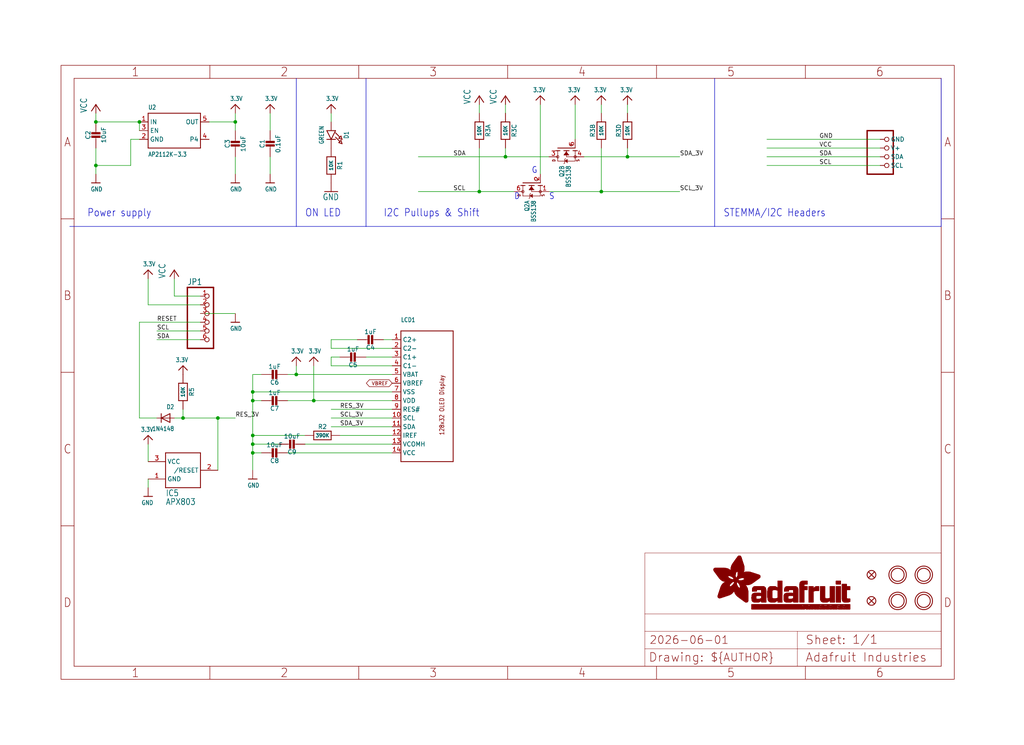
<source format=kicad_sch>
(kicad_sch (version 20230121) (generator eeschema)
  (paper "User" 298.45 217.322)
  (lib_symbols
    (symbol "working-eagle-import:3.3V" (power)
      (property "Value" "3.3V" (at -1.524 1.016 0))
      (symbol "3.3V_1_0"
        (pin power_in line (at 0 -2.54 90) (length 2.54) (name "3.3V") (number "1"))
      )
    )
    (symbol "working-eagle-import:AXP083-SAG"
      (property "Reference" "IC" (at -5.08 -7.62 0))
      (symbol "AXP083-SAG_1_0"
        (pin power_in line (at -10.16 -2.54 0) (length 5.08) (name "GND") (number "1"))
        (pin output line (at 10.16 0 180) (length 5.08) (name "/RESET") (number "2"))
        (pin power_in line (at -10.16 2.54 0) (length 5.08) (name "VCC") (number "3"))
      )
    )
    (symbol "working-eagle-import:CAP_CERAMIC0603_NO"
      (property "Reference" "C" (at -2.29 1.25 90))
      (symbol "CAP_CERAMIC0603_NO_1_0"
        (pin passive line (at 0 5.08 270) (length 2.54) (name "1") (number "1"))
        (pin passive line (at 0 -2.54 90) (length 2.54) (name "2") (number "2"))
      )
    )
    (symbol "working-eagle-import:CAP_CERAMIC0805-NOOUTLINE"
      (property "Reference" "C" (at -2.29 1.25 90))
      (symbol "CAP_CERAMIC0805-NOOUTLINE_1_0"
        (pin passive line (at 0 5.08 270) (length 2.54) (name "1") (number "1"))
        (pin passive line (at 0 -2.54 90) (length 2.54) (name "2") (number "2"))
      )
    )
    (symbol "working-eagle-import:DIODESOD-323F"
      (property "Reference" "D" (at -2.54 2.54 0))
      (symbol "DIODESOD-323F_1_0"
        (pin passive line (at -2.54 0 0) (length 2.54) (name "A") (number "A"))
        (pin passive line (at 2.54 0 180) (length 2.54) (name "C") (number "C"))
      )
    )
    (symbol "working-eagle-import:DISP_OLED_UG-2832HSWEG02"
      (property "Reference" "LCD" (at -7.62 22.86 0))
      (symbol "DISP_OLED_UG-2832HSWEG02_1_0"
        (text "128x32 OLED Display" (at 5.08 -10.16 900) (effects (font (size 1.27 1.0795)) (justify left bottom)))
        (pin bidirectional line (at -10.16 17.78 0) (length 2.54) (name "C2+") (number "1"))
        (pin bidirectional line (at -10.16 -5.08 0) (length 2.54) (name "SCL") (number "10"))
        (pin bidirectional line (at -10.16 -7.62 0) (length 2.54) (name "SDA") (number "11"))
        (pin bidirectional line (at -10.16 -10.16 0) (length 2.54) (name "IREF") (number "12"))
        (pin power_in line (at -10.16 -12.7 0) (length 2.54) (name "VCOMH") (number "13"))
        (pin power_in line (at -10.16 -15.24 0) (length 2.54) (name "VCC") (number "14"))
        (pin bidirectional line (at -10.16 15.24 0) (length 2.54) (name "C2-") (number "2"))
        (pin bidirectional line (at -10.16 12.7 0) (length 2.54) (name "C1+") (number "3"))
        (pin bidirectional line (at -10.16 10.16 0) (length 2.54) (name "C1-") (number "4"))
        (pin power_in line (at -10.16 7.62 0) (length 2.54) (name "VBAT") (number "5"))
        (pin power_in line (at -10.16 5.08 0) (length 2.54) (name "VBREF") (number "6"))
        (pin power_in line (at -10.16 2.54 0) (length 2.54) (name "VSS") (number "7"))
        (pin power_in line (at -10.16 0 0) (length 2.54) (name "VDD") (number "8"))
        (pin bidirectional line (at -10.16 -2.54 0) (length 2.54) (name "RES#") (number "9"))
      )
    )
    (symbol "working-eagle-import:FIDUCIAL_1MM")
    (symbol "working-eagle-import:FRAME_A4_ADAFRUIT"
      (symbol "FRAME_A4_ADAFRUIT_1_0"
        (text "${#}/${##}" (at 230.505 10.16 0) (effects (font (size 2.54 2.54)) (justify left bottom)))
        (text "${AUTHOR}" (at 189.23 5.08 0) (effects (font (size 2.286 2.286)) (justify left bottom)))
        (text "${CURRENT_DATE}" (at 171.45 10.16 0) (effects (font (size 2.286 2.286)) (justify left bottom)))
        (text "${PROJECTNAME}" (at 171.45 15.24 0) (effects (font (size 2.54 2.54)) (justify left bottom)))
        (text "1" (at 21.6958 1.905 0) (effects (font (size 2.54 2.286))))
        (text "1" (at 21.6958 177.165 0) (effects (font (size 2.54 2.286))))
        (text "2" (at 65.0875 1.905 0) (effects (font (size 2.54 2.286))))
        (text "2" (at 65.0875 177.165 0) (effects (font (size 2.54 2.286))))
        (text "3" (at 108.4792 1.905 0) (effects (font (size 2.54 2.286))))
        (text "3" (at 108.4792 177.165 0) (effects (font (size 2.54 2.286))))
        (text "4" (at 151.8708 1.905 0) (effects (font (size 2.54 2.286))))
        (text "4" (at 151.8708 177.165 0) (effects (font (size 2.54 2.286))))
        (text "5" (at 195.2625 1.905 0) (effects (font (size 2.54 2.286))))
        (text "5" (at 195.2625 177.165 0) (effects (font (size 2.54 2.286))))
        (text "6" (at 238.6542 1.905 0) (effects (font (size 2.54 2.286))))
        (text "6" (at 238.6542 177.165 0) (effects (font (size 2.54 2.286))))
        (text "A" (at 1.905 156.6863 0) (effects (font (size 2.54 2.286))))
        (text "A" (at 258.445 156.6863 0) (effects (font (size 2.54 2.286))))
        (text "Adafruit Industries" (at 216.916 4.953 0) (effects (font (size 2.54 2.54)) (justify left bottom)))
        (text "B" (at 1.905 111.9188 0) (effects (font (size 2.54 2.286))))
        (text "B" (at 258.445 111.9188 0) (effects (font (size 2.54 2.286))))
        (text "C" (at 1.905 67.1513 0) (effects (font (size 2.54 2.286))))
        (text "C" (at 258.445 67.1513 0) (effects (font (size 2.54 2.286))))
        (text "D" (at 1.905 22.3838 0) (effects (font (size 2.54 2.286))))
        (text "D" (at 258.445 22.3838 0) (effects (font (size 2.54 2.286))))
        (text "Drawing:" (at 171.196 4.953 0) (effects (font (size 2.54 2.54)) (justify left bottom)))
        (text "Sheet:" (at 216.916 10.033 0) (effects (font (size 2.54 2.54)) (justify left bottom)))
      )
    )
    (symbol "working-eagle-import:GND" (power)
      (property "Value" "GND" (at -1.524 -2.54 0))
      (symbol "GND_1_0"
        (pin power_in line (at 0 2.54 270) (length 2.54) (name "GND") (number "1"))
      )
    )
    (symbol "working-eagle-import:HEADER-1X670MIL"
      (property "Reference" "JP" (at -6.35 10.795 0))
      (symbol "HEADER-1X670MIL_1_0"
        (pin passive inverted (at -2.54 7.62 0) (length 2.54) (name "1") (number "1"))
        (pin passive inverted (at -2.54 5.08 0) (length 2.54) (name "2") (number "2"))
        (pin passive inverted (at -2.54 2.54 0) (length 2.54) (name "3") (number "3"))
        (pin passive inverted (at -2.54 0 0) (length 2.54) (name "4") (number "4"))
        (pin passive inverted (at -2.54 -2.54 0) (length 2.54) (name "5") (number "5"))
        (pin passive inverted (at -2.54 -5.08 0) (length 2.54) (name "6") (number "6"))
      )
    )
    (symbol "working-eagle-import:LED0603_NOOUTLINE"
      (property "Reference" "D" (at -1.27 4.445 0))
      (symbol "LED0603_NOOUTLINE_1_0"
        (pin passive line (at -5.08 0 0) (length 2.54) (name "A") (number "A"))
        (pin passive line (at 2.54 0 180) (length 2.54) (name "C") (number "C"))
      )
    )
    (symbol "working-eagle-import:MOSFET-N_DUAL"
      (property "Reference" "Q" (at 5.08 0.635 0))
      (symbol "MOSFET-N_DUAL_1_0"
        (text "D" (at 3.175 3.175 0) (effects (font (size 0.8128 0.6908)) (justify left bottom)))
        (text "G" (at -1.27 -1.905 0) (effects (font (size 0.8128 0.6908)) (justify left bottom)))
        (text "S" (at 3.175 -3.81 0) (effects (font (size 0.8128 0.6908)) (justify left bottom)))
        (pin bidirectional line (at 2.54 -5.08 90) (length 2.54) (name "S") (number "1"))
        (pin bidirectional line (at -2.54 -2.54 0) (length 2.54) (name "G") (number "2"))
        (pin bidirectional line (at 2.54 5.08 270) (length 2.54) (name "D") (number "6"))
      )
      (symbol "MOSFET-N_DUAL_2_0"
        (text "D" (at 3.175 3.175 0) (effects (font (size 0.8128 0.6908)) (justify left bottom)))
        (text "G" (at -1.27 -1.905 0) (effects (font (size 0.8128 0.6908)) (justify left bottom)))
        (text "S" (at 3.175 -3.81 0) (effects (font (size 0.8128 0.6908)) (justify left bottom)))
        (pin bidirectional line (at 2.54 5.08 270) (length 2.54) (name "D") (number "3"))
        (pin bidirectional line (at 2.54 -5.08 90) (length 2.54) (name "S") (number "4"))
        (pin bidirectional line (at -2.54 -2.54 0) (length 2.54) (name "G") (number "5"))
      )
    )
    (symbol "working-eagle-import:MOUNTINGHOLE2.5")
    (symbol "working-eagle-import:RESISTOR_0603_NOOUT"
      (property "Reference" "R" (at 0 2.54 0))
      (symbol "RESISTOR_0603_NOOUT_1_0"
        (pin passive line (at -5.08 0 0) (length 2.54) (name "1") (number "1"))
        (pin passive line (at 5.08 0 180) (length 2.54) (name "2") (number "2"))
      )
    )
    (symbol "working-eagle-import:RESISTOR_4PACK"
      (property "Reference" "R" (at 0 2.54 0))
      (symbol "RESISTOR_4PACK_1_0"
        (pin passive line (at -5.08 0 0) (length 2.54) (name "1") (number "1"))
        (pin passive line (at 5.08 0 180) (length 2.54) (name "2") (number "8"))
      )
      (symbol "RESISTOR_4PACK_2_0"
        (pin passive line (at -5.08 0 0) (length 2.54) (name "1") (number "2"))
        (pin passive line (at 5.08 0 180) (length 2.54) (name "2") (number "7"))
      )
      (symbol "RESISTOR_4PACK_3_0"
        (pin passive line (at -5.08 0 0) (length 2.54) (name "1") (number "3"))
        (pin passive line (at 5.08 0 180) (length 2.54) (name "2") (number "6"))
      )
      (symbol "RESISTOR_4PACK_4_0"
        (pin passive line (at -5.08 0 0) (length 2.54) (name "1") (number "4"))
        (pin passive line (at 5.08 0 180) (length 2.54) (name "2") (number "5"))
      )
    )
    (symbol "working-eagle-import:STEMMA_I2C_QT"
      (symbol "STEMMA_I2C_QT_1_0"
        (pin passive inverted (at 0 5.08 0) (length 2.54) (name "GND") (number "1"))
        (pin passive inverted (at 0 2.54 0) (length 2.54) (name "V+") (number "2"))
        (pin passive inverted (at 0 0 0) (length 2.54) (name "SDA") (number "3"))
        (pin passive inverted (at 0 -2.54 0) (length 2.54) (name "SCL") (number "4"))
      )
      (symbol "STEMMA_I2C_QT_2_0"
        (pin bidirectional line (at 0 0 0) (length 5.08) (name "MT") (number "MT1"))
      )
      (symbol "STEMMA_I2C_QT_3_0"
        (pin bidirectional line (at 0 0 0) (length 5.08) (name "MT") (number "MT2"))
      )
    )
    (symbol "working-eagle-import:VCC" (power)
      (property "Value" "VCC" (at -2.54 -2.54 90))
      (symbol "VCC_1_0"
        (pin power_in line (at 0 -2.54 90) (length 2.54) (name "VCC") (number "1"))
      )
    )
    (symbol "working-eagle-import:VREG_SOT23-5"
      (property "Reference" "U" (at -7.62 6.096 0))
      (symbol "VREG_SOT23-5_1_0"
        (pin power_in line (at -10.16 2.54 0) (length 2.54) (name "IN") (number "1"))
        (pin power_in line (at -10.16 -2.54 0) (length 2.54) (name "GND") (number "2"))
        (pin input line (at -10.16 0 0) (length 2.54) (name "EN") (number "3"))
        (pin bidirectional line (at 10.16 -2.54 180) (length 2.54) (name "P4") (number "4"))
        (pin power_in line (at 10.16 2.54 180) (length 2.54) (name "OUT") (number "5"))
      )
    )
    (symbol "working-eagle-import:supply1_GND" (power)
      (property "Value" "supply1_GND" (at -2.54 -2.54 0))
      (symbol "supply1_GND_1_0"
        (pin power_in line (at 0 2.54 270) (length 2.54) (name "GND") (number "1"))
      )
    )
  )
  (junction (at 139.7 55.88))
  (junction (at 63.5 121.92))
  (junction (at 73.66 132.08))
  (junction (at 73.66 116.84))
  (junction (at 53.34 121.92))
  (junction (at 175.26 55.88))
  (junction (at 27.94 35.56))
  (junction (at 73.66 127))
  (junction (at 68.58 35.56))
  (junction (at 27.94 48.26))
  (junction (at 147.32 45.72))
  (junction (at 86.36 109.22))
  (junction (at 73.66 114.3))
  (junction (at 91.44 116.84))
  (junction (at 182.88 45.72))
  (junction (at 40.64 35.56))
  (junction (at 73.66 129.54))
  (wire (pts (xy 81.28 129.54) (xy 73.66 129.54)) (stroke (width 0.1524)))
  (wire (pts (xy 76.2 116.84) (xy 73.66 116.84)) (stroke (width 0.1524)))
  (wire (pts (xy 99.06 104.14) (xy 96.52 104.14)) (stroke (width 0.1524)))
  (wire (pts (xy 78.74 33.02) (xy 78.74 38.1)) (stroke (width 0.1524)))
  (wire (pts (xy 114.3 104.14) (xy 106.68 104.14)) (stroke (width 0.1524)))
  (wire (pts (xy 114.3 127) (xy 99.06 127)) (stroke (width 0.1524)))
  (wire (pts (xy 45.72 121.92) (xy 40.64 121.92)) (stroke (width 0.1524)))
  (wire (pts (xy 256.54 45.72) (xy 223.52 45.72)) (stroke (width 0.1524)))
  (wire (pts (xy 149.86 55.88) (xy 139.7 55.88)) (stroke (width 0.1524)))
  (wire (pts (xy 182.88 33.02) (xy 182.88 30.48)) (stroke (width 0.1524)))
  (wire (pts (xy 50.8 121.92) (xy 53.34 121.92)) (stroke (width 0.1524)))
  (wire (pts (xy 96.52 101.6) (xy 114.3 101.6)) (stroke (width 0.1524)))
  (wire (pts (xy 147.32 45.72) (xy 121.92 45.72)) (stroke (width 0.1524)))
  (wire (pts (xy 43.18 88.9) (xy 43.18 81.28)) (stroke (width 0.1524)))
  (wire (pts (xy 73.66 114.3) (xy 73.66 116.84)) (stroke (width 0.1524)))
  (wire (pts (xy 73.66 132.08) (xy 73.66 137.16)) (stroke (width 0.1524)))
  (wire (pts (xy 96.52 104.14) (xy 96.52 106.68)) (stroke (width 0.1524)))
  (wire (pts (xy 91.44 116.84) (xy 83.82 116.84)) (stroke (width 0.1524)))
  (wire (pts (xy 223.52 43.18) (xy 256.54 43.18)) (stroke (width 0.1524)))
  (wire (pts (xy 139.7 55.88) (xy 121.92 55.88)) (stroke (width 0.1524)))
  (wire (pts (xy 86.36 109.22) (xy 83.82 109.22)) (stroke (width 0.1524)))
  (wire (pts (xy 170.18 45.72) (xy 182.88 45.72)) (stroke (width 0.1524)))
  (polyline (pts (xy 106.68 66.04) (xy 208.28 66.04)) (stroke (width 0.1524) (type solid)))
  (wire (pts (xy 114.3 124.46) (xy 96.52 124.46)) (stroke (width 0.1524)))
  (wire (pts (xy 147.32 43.18) (xy 147.32 45.72)) (stroke (width 0.1524)))
  (wire (pts (xy 157.48 50.8) (xy 157.48 30.48)) (stroke (width 0.1524)))
  (wire (pts (xy 58.42 96.52) (xy 45.72 96.52)) (stroke (width 0.1524)))
  (wire (pts (xy 38.1 48.26) (xy 27.94 48.26)) (stroke (width 0.1524)))
  (wire (pts (xy 53.34 119.38) (xy 53.34 121.92)) (stroke (width 0.1524)))
  (wire (pts (xy 182.88 45.72) (xy 198.12 45.72)) (stroke (width 0.1524)))
  (wire (pts (xy 78.74 45.72) (xy 78.74 50.8)) (stroke (width 0.1524)))
  (wire (pts (xy 114.3 114.3) (xy 73.66 114.3)) (stroke (width 0.1524)))
  (wire (pts (xy 73.66 116.84) (xy 73.66 127)) (stroke (width 0.1524)))
  (wire (pts (xy 182.88 43.18) (xy 182.88 45.72)) (stroke (width 0.1524)))
  (wire (pts (xy 139.7 43.18) (xy 139.7 55.88)) (stroke (width 0.1524)))
  (wire (pts (xy 256.54 40.64) (xy 223.52 40.64)) (stroke (width 0.1524)))
  (wire (pts (xy 40.64 40.64) (xy 38.1 40.64)) (stroke (width 0.1524)))
  (wire (pts (xy 175.26 43.18) (xy 175.26 55.88)) (stroke (width 0.1524)))
  (polyline (pts (xy 208.28 22.86) (xy 208.28 66.04)) (stroke (width 0.1524) (type solid)))
  (wire (pts (xy 60.96 35.56) (xy 68.58 35.56)) (stroke (width 0.1524)))
  (wire (pts (xy 68.58 35.56) (xy 68.58 33.02)) (stroke (width 0.1524)))
  (wire (pts (xy 160.02 55.88) (xy 175.26 55.88)) (stroke (width 0.1524)))
  (wire (pts (xy 68.58 35.56) (xy 68.58 38.1)) (stroke (width 0.1524)))
  (wire (pts (xy 167.64 40.64) (xy 167.64 30.48)) (stroke (width 0.1524)))
  (wire (pts (xy 76.2 109.22) (xy 73.66 109.22)) (stroke (width 0.1524)))
  (wire (pts (xy 175.26 55.88) (xy 198.12 55.88)) (stroke (width 0.1524)))
  (wire (pts (xy 68.58 45.72) (xy 68.58 50.8)) (stroke (width 0.1524)))
  (wire (pts (xy 86.36 106.68) (xy 86.36 109.22)) (stroke (width 0.1524)))
  (polyline (pts (xy 20.32 66.04) (xy 86.36 66.04)) (stroke (width 0.1524) (type solid)))
  (wire (pts (xy 73.66 127) (xy 73.66 129.54)) (stroke (width 0.1524)))
  (wire (pts (xy 114.3 109.22) (xy 86.36 109.22)) (stroke (width 0.1524)))
  (wire (pts (xy 147.32 33.02) (xy 147.32 30.48)) (stroke (width 0.1524)))
  (wire (pts (xy 114.3 121.92) (xy 96.52 121.92)) (stroke (width 0.1524)))
  (wire (pts (xy 27.94 33.02) (xy 27.94 35.56)) (stroke (width 0.1524)))
  (wire (pts (xy 91.44 106.68) (xy 91.44 116.84)) (stroke (width 0.1524)))
  (wire (pts (xy 50.8 86.36) (xy 50.8 81.28)) (stroke (width 0.1524)))
  (wire (pts (xy 96.52 99.06) (xy 96.52 101.6)) (stroke (width 0.1524)))
  (polyline (pts (xy 86.36 22.86) (xy 86.36 66.04)) (stroke (width 0.1524) (type solid)))
  (wire (pts (xy 76.2 132.08) (xy 73.66 132.08)) (stroke (width 0.1524)))
  (polyline (pts (xy 274.32 22.86) (xy 274.32 66.04)) (stroke (width 0.1524) (type solid)))
  (wire (pts (xy 160.02 45.72) (xy 147.32 45.72)) (stroke (width 0.1524)))
  (wire (pts (xy 53.34 121.92) (xy 63.5 121.92)) (stroke (width 0.1524)))
  (wire (pts (xy 58.42 86.36) (xy 50.8 86.36)) (stroke (width 0.1524)))
  (wire (pts (xy 40.64 121.92) (xy 40.64 93.98)) (stroke (width 0.1524)))
  (wire (pts (xy 58.42 93.98) (xy 40.64 93.98)) (stroke (width 0.1524)))
  (wire (pts (xy 114.3 132.08) (xy 83.82 132.08)) (stroke (width 0.1524)))
  (wire (pts (xy 96.52 35.56) (xy 96.52 33.02)) (stroke (width 0.1524)))
  (polyline (pts (xy 106.68 22.86) (xy 106.68 66.04)) (stroke (width 0.1524) (type solid)))
  (wire (pts (xy 43.18 139.7) (xy 43.18 142.24)) (stroke (width 0.1524)))
  (wire (pts (xy 58.42 91.44) (xy 68.58 91.44)) (stroke (width 0.1524)))
  (wire (pts (xy 58.42 99.06) (xy 45.72 99.06)) (stroke (width 0.1524)))
  (wire (pts (xy 63.5 137.16) (xy 63.5 121.92)) (stroke (width 0.1524)))
  (polyline (pts (xy 86.36 66.04) (xy 106.68 66.04)) (stroke (width 0.1524) (type solid)))
  (wire (pts (xy 114.3 99.06) (xy 111.76 99.06)) (stroke (width 0.1524)))
  (wire (pts (xy 223.52 48.26) (xy 256.54 48.26)) (stroke (width 0.1524)))
  (wire (pts (xy 73.66 109.22) (xy 73.66 114.3)) (stroke (width 0.1524)))
  (wire (pts (xy 114.3 116.84) (xy 91.44 116.84)) (stroke (width 0.1524)))
  (wire (pts (xy 43.18 134.62) (xy 43.18 129.54)) (stroke (width 0.1524)))
  (wire (pts (xy 40.64 38.1) (xy 40.64 35.56)) (stroke (width 0.1524)))
  (wire (pts (xy 38.1 40.64) (xy 38.1 48.26)) (stroke (width 0.1524)))
  (wire (pts (xy 175.26 33.02) (xy 175.26 30.48)) (stroke (width 0.1524)))
  (wire (pts (xy 104.14 99.06) (xy 96.52 99.06)) (stroke (width 0.1524)))
  (wire (pts (xy 114.3 129.54) (xy 88.9 129.54)) (stroke (width 0.1524)))
  (polyline (pts (xy 208.28 66.04) (xy 274.32 66.04)) (stroke (width 0.1524) (type solid)))
  (wire (pts (xy 58.42 88.9) (xy 43.18 88.9)) (stroke (width 0.1524)))
  (wire (pts (xy 96.52 106.68) (xy 114.3 106.68)) (stroke (width 0.1524)))
  (wire (pts (xy 139.7 30.48) (xy 139.7 33.02)) (stroke (width 0.1524)))
  (wire (pts (xy 27.94 48.26) (xy 27.94 43.18)) (stroke (width 0.1524)))
  (wire (pts (xy 88.9 127) (xy 73.66 127)) (stroke (width 0.1524)))
  (wire (pts (xy 114.3 119.38) (xy 96.52 119.38)) (stroke (width 0.1524)))
  (wire (pts (xy 27.94 48.26) (xy 27.94 50.8)) (stroke (width 0.1524)))
  (wire (pts (xy 63.5 121.92) (xy 68.58 121.92)) (stroke (width 0.1524)))
  (wire (pts (xy 73.66 129.54) (xy 73.66 132.08)) (stroke (width 0.1524)))
  (wire (pts (xy 40.64 35.56) (xy 27.94 35.56)) (stroke (width 0.1524)))
  (text "S" (at 160.02 58.42 0) (effects (font (size 1.778 1.5113)) (justify left bottom)))
  (text "G" (at 154.94 50.8 0) (effects (font (size 1.778 1.5113)) (justify left bottom)))
  (text "D" (at 149.86 58.42 0) (effects (font (size 1.778 1.5113)) (justify left bottom)))
  (text "STEMMA/I2C Headers" (at 210.82 63.5 0) (effects (font (size 2.1844 1.8567)) (justify left bottom)))
  (text "Power supply" (at 25.4 63.5 0) (effects (font (size 2.1844 1.8567)) (justify left bottom)))
  (text "ON LED" (at 88.9 63.5 0) (effects (font (size 2.1844 1.8567)) (justify left bottom)))
  (text "I2C Pullups & Shift" (at 111.76 63.5 0) (effects (font (size 2.1844 1.8567)) (justify left bottom)))
  (label "SCL_3V" (at 99.06 121.92 0) (effects (font (size 1.2446 1.2446))))
  (label "SDA" (at 238.76 45.72 0) (effects (font (size 1.2446 1.2446))))
  (label "RES_3V" (at 99.06 119.38 0) (effects (font (size 1.2446 1.2446))))
  (label "GND" (at 238.76 40.64 0) (effects (font (size 1.2446 1.2446))))
  (label "SDA_3V" (at 99.06 124.46 0) (effects (font (size 1.2446 1.2446))))
  (label "RESET" (at 45.72 93.98 0) (effects (font (size 1.2446 1.2446))))
  (label "SCL" (at 238.76 48.26 0) (effects (font (size 1.2446 1.2446))))
  (label "SCL" (at 132.08 55.88 0) (effects (font (size 1.2446 1.2446))))
  (label "SCL_3V" (at 198.12 55.88 0) (effects (font (size 1.2446 1.2446))))
  (label "RES_3V" (at 68.58 121.92 0) (effects (font (size 1.2446 1.2446))))
  (label "SDA_3V" (at 198.12 45.72 0) (effects (font (size 1.2446 1.2446))))
  (label "SDA" (at 132.08 45.72 0) (effects (font (size 1.2446 1.2446))))
  (label "VCC" (at 238.76 43.18 0) (effects (font (size 1.2446 1.2446))))
  (label "SDA" (at 45.72 99.06 0) (effects (font (size 1.2446 1.2446))))
  (label "SCL" (at 45.72 96.52 0) (effects (font (size 1.2446 1.2446))))
  (global_label "VBREF" (shape bidirectional) (at 114.3 111.76 180) (effects (font (size 1.016 1.016))) (property "Intersheetrefs" "${INTERSHEET_REFS}" (effects hide)))
  (symbol (lib_id "working-eagle-import:MOUNTINGHOLE2.5") (at 269.24 175.26 0) (unit 1)
    (property "Reference" "U$21" (effects hide))
    (property "Value" "MOUNTINGHOLE2.5" (effects hide))
    (property "Footprint" "working:MOUNTINGHOLE_2.5_PLATED" (effects hide))
  )
  (symbol (lib_id "working-eagle-import:3.3V") (at 68.58 30.48 0) (unit 1)
    (property "Reference" "#U$15" (effects hide))
    (property "Value" "3.3V" (at 67.056 29.464 0) (effects (font (size 1.27 1.0795)) (justify left bottom)))
  )
  (symbol (lib_id "working-eagle-import:3.3V") (at 96.52 30.48 0) (unit 1)
    (property "Reference" "#U$3" (effects hide))
    (property "Value" "3.3V" (at 94.996 29.464 0) (effects (font (size 1.27 1.0795)) (justify left bottom)))
  )
  (symbol (lib_id "working-eagle-import:GND") (at 78.74 53.34 0) (unit 1)
    (property "Reference" "#U$6" (effects hide))
    (property "Value" "GND" (at 77.216 55.88 0) (effects (font (size 1.27 1.0795)) (justify left bottom)))
  )
  (symbol (lib_id "working-eagle-import:GND") (at 68.58 93.98 0) (unit 1)
    (property "Reference" "#U$10" (effects hide))
    (property "Value" "GND" (at 67.056 96.52 0) (effects (font (size 1.27 1.0795)) (justify left bottom)))
  )
  (symbol (lib_id "working-eagle-import:3.3V") (at 182.88 27.94 0) (mirror y) (unit 1)
    (property "Reference" "#U$7" (effects hide))
    (property "Value" "3.3V" (at 184.404 26.924 0) (effects (font (size 1.27 1.0795)) (justify left bottom)))
  )
  (symbol (lib_id "working-eagle-import:3.3V") (at 43.18 127 0) (mirror y) (unit 1)
    (property "Reference" "#U$11" (effects hide))
    (property "Value" "3.3V" (at 44.704 125.984 0) (effects (font (size 1.27 1.0795)) (justify left bottom)))
  )
  (symbol (lib_id "working-eagle-import:LED0603_NOOUTLINE") (at 96.52 40.64 270) (unit 1)
    (property "Reference" "D1" (at 100.965 39.37 0) (effects (font (size 1.27 1.0795))))
    (property "Value" "GREEN" (at 93.726 39.37 0) (effects (font (size 1.27 1.0795))))
    (property "Footprint" "working:CHIPLED_0603_NOOUTLINE" (effects hide))
  )
  (symbol (lib_id "working-eagle-import:GND") (at 27.94 53.34 0) (unit 1)
    (property "Reference" "#U$13" (effects hide))
    (property "Value" "GND" (at 26.416 55.88 0) (effects (font (size 1.27 1.0795)) (justify left bottom)))
  )
  (symbol (lib_id "working-eagle-import:CAP_CERAMIC0805-NOOUTLINE") (at 81.28 116.84 90) (unit 1)
    (property "Reference" "C7" (at 80.03 119.13 90))
    (property "Value" "1uF" (at 80.03 114.54 90))
    (property "Footprint" "working:0805-NO" (effects hide))
  )
  (symbol (lib_id "working-eagle-import:3.3V") (at 86.36 104.14 0) (unit 1)
    (property "Reference" "#U$8" (effects hide))
    (property "Value" "3.3V" (at 84.836 103.124 0) (effects (font (size 1.27 1.0795)) (justify left bottom)))
  )
  (symbol (lib_id "working-eagle-import:GND") (at 73.66 139.7 0) (unit 1)
    (property "Reference" "#U$4" (effects hide))
    (property "Value" "GND" (at 72.136 142.24 0) (effects (font (size 1.27 1.0795)) (justify left bottom)))
  )
  (symbol (lib_id "working-eagle-import:3.3V") (at 91.44 104.14 0) (unit 1)
    (property "Reference" "#U$9" (effects hide))
    (property "Value" "3.3V" (at 89.916 103.124 0) (effects (font (size 1.27 1.0795)) (justify left bottom)))
  )
  (symbol (lib_id "working-eagle-import:CAP_CERAMIC0603_NO") (at 78.74 43.18 0) (unit 1)
    (property "Reference" "C1" (at 76.45 41.93 90))
    (property "Value" "0.1uF" (at 81.04 41.93 90))
    (property "Footprint" "working:0603-NO" (effects hide))
  )
  (symbol (lib_id "working-eagle-import:CAP_CERAMIC0805-NOOUTLINE") (at 81.28 109.22 90) (unit 1)
    (property "Reference" "C6" (at 80.03 111.51 90))
    (property "Value" "1uF" (at 80.03 106.92 90))
    (property "Footprint" "working:0805-NO" (effects hide))
  )
  (symbol (lib_id "working-eagle-import:STEMMA_I2C_QT") (at 256.54 45.72 0) (unit 1)
    (property "Reference" "CONN4" (effects hide))
    (property "Value" "STEMMA_I2C_QT" (effects hide))
    (property "Footprint" "working:JST_SH4" (effects hide))
  )
  (symbol (lib_id "working-eagle-import:3.3V") (at 167.64 27.94 0) (mirror y) (unit 1)
    (property "Reference" "#U$23" (effects hide))
    (property "Value" "3.3V" (at 169.164 26.924 0) (effects (font (size 1.27 1.0795)) (justify left bottom)))
  )
  (symbol (lib_id "working-eagle-import:CAP_CERAMIC0805-NOOUTLINE") (at 104.14 104.14 90) (unit 1)
    (property "Reference" "C5" (at 102.89 106.43 90))
    (property "Value" "1uF" (at 102.89 101.84 90))
    (property "Footprint" "working:0805-NO" (effects hide))
  )
  (symbol (lib_id "working-eagle-import:3.3V") (at 43.18 78.74 0) (unit 1)
    (property "Reference" "#U$16" (effects hide))
    (property "Value" "3.3V" (at 41.656 77.724 0) (effects (font (size 1.27 1.0795)) (justify left bottom)))
  )
  (symbol (lib_id "working-eagle-import:3.3V") (at 175.26 27.94 0) (mirror y) (unit 1)
    (property "Reference" "#U$24" (effects hide))
    (property "Value" "3.3V" (at 176.784 26.924 0) (effects (font (size 1.27 1.0795)) (justify left bottom)))
  )
  (symbol (lib_id "working-eagle-import:RESISTOR_0603_NOOUT") (at 53.34 114.3 270) (mirror x) (unit 1)
    (property "Reference" "R5" (at 55.88 114.3 0))
    (property "Value" "10K" (at 53.34 114.3 0) (effects (font (size 1.016 1.016) bold)))
    (property "Footprint" "working:0603-NO" (effects hide))
  )
  (symbol (lib_id "working-eagle-import:CAP_CERAMIC0805-NOOUTLINE") (at 86.36 129.54 90) (unit 1)
    (property "Reference" "C9" (at 85.11 131.83 90))
    (property "Value" "10uF" (at 85.11 127.24 90))
    (property "Footprint" "working:0805-NO" (effects hide))
  )
  (symbol (lib_id "working-eagle-import:FIDUCIAL_1MM") (at 254 167.64 0) (unit 1)
    (property "Reference" "FID4" (effects hide))
    (property "Value" "FIDUCIAL_1MM" (effects hide))
    (property "Footprint" "working:FIDUCIAL_1MM" (effects hide))
  )
  (symbol (lib_id "working-eagle-import:MOUNTINGHOLE2.5") (at 269.24 167.64 0) (unit 1)
    (property "Reference" "U$19" (effects hide))
    (property "Value" "MOUNTINGHOLE2.5" (effects hide))
    (property "Footprint" "working:MOUNTINGHOLE_2.5_PLATED" (effects hide))
  )
  (symbol (lib_id "working-eagle-import:CAP_CERAMIC0805-NOOUTLINE") (at 81.28 132.08 90) (unit 1)
    (property "Reference" "C8" (at 80.03 134.37 90))
    (property "Value" "10uF" (at 80.03 129.78 90))
    (property "Footprint" "working:0805-NO" (effects hide))
  )
  (symbol (lib_id "working-eagle-import:3.3V") (at 53.34 106.68 0) (mirror y) (unit 1)
    (property "Reference" "#U$34" (effects hide))
    (property "Value" "3.3V" (at 54.864 105.664 0) (effects (font (size 1.27 1.0795)) (justify left bottom)))
  )
  (symbol (lib_id "working-eagle-import:RESISTOR_0603_NOOUT") (at 96.52 48.26 270) (unit 1)
    (property "Reference" "R1" (at 99.06 48.26 0))
    (property "Value" "10K" (at 96.52 48.26 0) (effects (font (size 1.016 1.016) bold)))
    (property "Footprint" "working:0603-NO" (effects hide))
  )
  (symbol (lib_id "working-eagle-import:VCC") (at 50.8 78.74 0) (unit 1)
    (property "Reference" "#P+4" (effects hide))
    (property "Value" "VCC" (at 48.26 81.28 90) (effects (font (size 1.778 1.5113)) (justify left bottom)))
  )
  (symbol (lib_id "working-eagle-import:FRAME_A4_ADAFRUIT") (at 17.78 198.12 0) (unit 1)
    (property "Reference" "#U$18" (effects hide))
    (property "Value" "FRAME_A4_ADAFRUIT" (effects hide))
  )
  (symbol (lib_id "working-eagle-import:RESISTOR_0603_NOOUT") (at 93.98 127 0) (unit 1)
    (property "Reference" "R2" (at 93.98 124.46 0))
    (property "Value" "390K" (at 93.98 127 0) (effects (font (size 1.016 1.016) bold)))
    (property "Footprint" "working:0603-NO" (effects hide))
  )
  (symbol (lib_id "working-eagle-import:VCC") (at 27.94 30.48 0) (unit 1)
    (property "Reference" "#P+3" (effects hide))
    (property "Value" "VCC" (at 25.4 33.02 90) (effects (font (size 1.778 1.5113)) (justify left bottom)))
  )
  (symbol (lib_id "working-eagle-import:CAP_CERAMIC0805-NOOUTLINE") (at 109.22 99.06 90) (unit 1)
    (property "Reference" "C4" (at 107.97 101.35 90))
    (property "Value" "1uF" (at 107.97 96.76 90))
    (property "Footprint" "working:0805-NO" (effects hide))
  )
  (symbol (lib_id "working-eagle-import:supply1_GND") (at 96.52 55.88 0) (unit 1)
    (property "Reference" "#GND6" (effects hide))
    (property "Value" "GND" (at 93.98 58.42 0) (effects (font (size 1.778 1.5113)) (justify left bottom)))
  )
  (symbol (lib_id "working-eagle-import:MOSFET-N_DUAL") (at 154.94 53.34 90) (mirror x) (unit 1)
    (property "Reference" "Q2" (at 154.305 58.42 0) (effects (font (size 1.27 1.0795)) (justify left bottom)))
    (property "Value" "BSS138" (at 156.21 58.42 0) (effects (font (size 1.27 1.0795)) (justify left bottom)))
    (property "Footprint" "working:SOT363" (effects hide))
  )
  (symbol (lib_id "working-eagle-import:AXP083-SAG") (at 53.34 137.16 0) (unit 1)
    (property "Reference" "IC5" (at 48.26 144.78 0) (effects (font (size 1.778 1.5113)) (justify left bottom)))
    (property "Value" "APX803" (at 48.26 147.32 0) (effects (font (size 1.778 1.5113)) (justify left bottom)))
    (property "Footprint" "working:SOT23" (effects hide))
  )
  (symbol (lib_id "working-eagle-import:GND") (at 43.18 144.78 0) (mirror y) (unit 1)
    (property "Reference" "#U$2" (effects hide))
    (property "Value" "GND" (at 44.704 147.32 0) (effects (font (size 1.27 1.0795)) (justify left bottom)))
  )
  (symbol (lib_id "working-eagle-import:VCC") (at 139.7 27.94 0) (unit 1)
    (property "Reference" "#P+1" (effects hide))
    (property "Value" "VCC" (at 137.16 30.48 90) (effects (font (size 1.778 1.5113)) (justify left bottom)))
  )
  (symbol (lib_id "working-eagle-import:RESISTOR_4PACK") (at 182.88 38.1 90) (mirror x) (unit 4)
    (property "Reference" "R3" (at 180.34 38.1 0))
    (property "Value" "10K" (at 182.88 38.1 0) (effects (font (size 1.016 1.016) bold)))
    (property "Footprint" "working:RESPACK_4X0603" (effects hide))
  )
  (symbol (lib_id "working-eagle-import:MOSFET-N_DUAL") (at 165.1 43.18 90) (mirror x) (unit 2)
    (property "Reference" "Q2" (at 164.465 48.26 0) (effects (font (size 1.27 1.0795)) (justify left bottom)))
    (property "Value" "BSS138" (at 166.37 48.26 0) (effects (font (size 1.27 1.0795)) (justify left bottom)))
    (property "Footprint" "working:SOT363" (effects hide))
  )
  (symbol (lib_id "working-eagle-import:RESISTOR_4PACK") (at 147.32 38.1 270) (unit 3)
    (property "Reference" "R3" (at 149.86 38.1 0))
    (property "Value" "10K" (at 147.32 38.1 0) (effects (font (size 1.016 1.016) bold)))
    (property "Footprint" "working:RESPACK_4X0603" (effects hide))
  )
  (symbol (lib_id "working-eagle-import:3.3V") (at 78.74 30.48 0) (unit 1)
    (property "Reference" "#U$14" (effects hide))
    (property "Value" "3.3V" (at 77.216 29.464 0) (effects (font (size 1.27 1.0795)) (justify left bottom)))
  )
  (symbol (lib_id "working-eagle-import:HEADER-1X670MIL") (at 60.96 93.98 0) (unit 1)
    (property "Reference" "JP1" (at 54.61 83.185 0) (effects (font (size 1.778 1.5113)) (justify left bottom)))
    (property "Value" "HEADER-1X670MIL" (effects hide))
    (property "Footprint" "working:1X06_ROUND_70" (effects hide))
  )
  (symbol (lib_id "working-eagle-import:RESISTOR_4PACK") (at 175.26 38.1 90) (mirror x) (unit 2)
    (property "Reference" "R3" (at 172.72 38.1 0))
    (property "Value" "10K" (at 175.26 38.1 0) (effects (font (size 1.016 1.016) bold)))
    (property "Footprint" "working:RESPACK_4X0603" (effects hide))
  )
  (symbol (lib_id "working-eagle-import:MOUNTINGHOLE2.5") (at 261.62 175.26 0) (unit 1)
    (property "Reference" "U$1" (effects hide))
    (property "Value" "MOUNTINGHOLE2.5" (effects hide))
    (property "Footprint" "working:MOUNTINGHOLE_2.5_PLATED" (effects hide))
  )
  (symbol (lib_id "working-eagle-import:DISP_OLED_UG-2832HSWEG02") (at 124.46 116.84 0) (unit 1)
    (property "Reference" "LCD1" (at 116.84 93.98 0) (effects (font (size 1.27 1.0795)) (justify left bottom)))
    (property "Value" "DISP_OLED_UG-2832HSWEG02" (effects hide))
    (property "Footprint" "working:UG-2832HSWEG02_WRAPUNDER" (effects hide))
  )
  (symbol (lib_id "working-eagle-import:VCC") (at 147.32 27.94 0) (unit 1)
    (property "Reference" "#P+2" (effects hide))
    (property "Value" "VCC" (at 144.78 30.48 90) (effects (font (size 1.778 1.5113)) (justify left bottom)))
  )
  (symbol (lib_id "working-eagle-import:GND") (at 68.58 53.34 0) (unit 1)
    (property "Reference" "#U$5" (effects hide))
    (property "Value" "GND" (at 67.056 55.88 0) (effects (font (size 1.27 1.0795)) (justify left bottom)))
  )
  (symbol (lib_id "working-eagle-import:CAP_CERAMIC0805-NOOUTLINE") (at 68.58 43.18 0) (unit 1)
    (property "Reference" "C3" (at 66.29 41.93 90))
    (property "Value" "10uF" (at 70.88 41.93 90))
    (property "Footprint" "working:0805-NO" (effects hide))
  )
  (symbol (lib_id "working-eagle-import:CAP_CERAMIC0805-NOOUTLINE") (at 27.94 40.64 0) (unit 1)
    (property "Reference" "C2" (at 25.65 39.39 90))
    (property "Value" "10uF" (at 30.24 39.39 90))
    (property "Footprint" "working:0805-NO" (effects hide))
  )
  (symbol (lib_id "working-eagle-import:FIDUCIAL_1MM") (at 254 175.26 0) (unit 1)
    (property "Reference" "FID3" (effects hide))
    (property "Value" "FIDUCIAL_1MM" (effects hide))
    (property "Footprint" "working:FIDUCIAL_1MM" (effects hide))
  )
  (symbol (lib_id "working-eagle-import:RESISTOR_4PACK") (at 139.7 38.1 270) (unit 1)
    (property "Reference" "R3" (at 142.24 38.1 0))
    (property "Value" "10K" (at 139.7 38.1 0) (effects (font (size 1.016 1.016) bold)))
    (property "Footprint" "working:RESPACK_4X0603" (effects hide))
  )
  (symbol (lib_id "working-eagle-import:DIODESOD-323F") (at 48.26 121.92 0) (mirror y) (unit 1)
    (property "Reference" "D2" (at 50.8 119.38 0) (effects (font (size 1.27 1.0795)) (justify left bottom)))
    (property "Value" "1N4148" (at 50.8 125.73 0) (effects (font (size 1.27 1.0795)) (justify left bottom)))
    (property "Footprint" "working:SOD-323F" (effects hide))
  )
  (symbol (lib_id "working-eagle-import:MOUNTINGHOLE2.5") (at 261.62 167.64 0) (unit 1)
    (property "Reference" "U$17" (effects hide))
    (property "Value" "MOUNTINGHOLE2.5" (effects hide))
    (property "Footprint" "working:MOUNTINGHOLE_2.5_PLATED" (effects hide))
  )
  (symbol (lib_id "working-eagle-import:VREG_SOT23-5") (at 50.8 38.1 0) (unit 1)
    (property "Reference" "U2" (at 43.18 32.004 0) (effects (font (size 1.27 1.0795)) (justify left bottom)))
    (property "Value" "AP2112K-3.3" (at 43.18 45.72 0) (effects (font (size 1.27 1.0795)) (justify left bottom)))
    (property "Footprint" "working:SOT23-5" (effects hide))
  )
  (symbol (lib_id "working-eagle-import:3.3V") (at 157.48 27.94 0) (mirror y) (unit 1)
    (property "Reference" "#U$26" (effects hide))
    (property "Value" "3.3V" (at 159.004 26.924 0) (effects (font (size 1.27 1.0795)) (justify left bottom)))
  )
)
</source>
